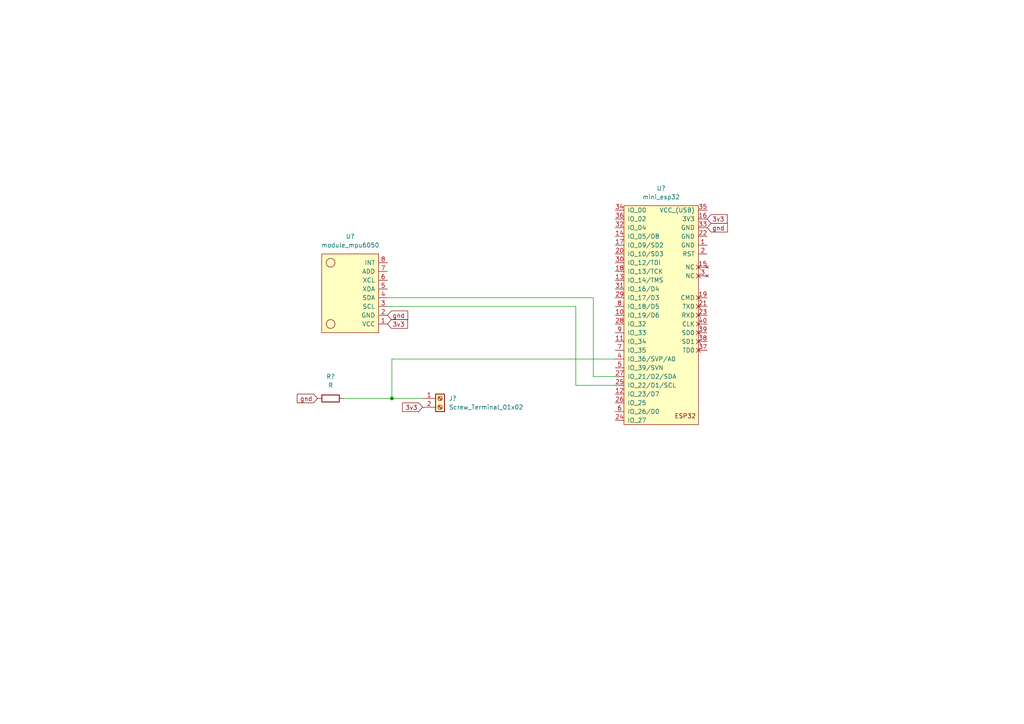
<source format=kicad_sch>
(kicad_sch (version 20211123) (generator eeschema)
  (paper "A4")
  (lib_symbols
    (symbol "Connector:Screw_Terminal_01x02" (pin_names (offset 1.016) hide)
      (property "Reference" "J" (at 0 2.54 0))
      (property "Value" "Screw_Terminal_01x02" (at 0 -5.08 0))
      (symbol "Screw_Terminal_01x02_1_1"
        (rectangle (start -1.27 1.27) (end 1.27 -3.81) (stroke (width 0.254)) (fill (type background)))
        (circle (center 0 -2.54) (radius 0.635) (stroke (width 0.1524)))
        (polyline (pts (xy -0.5334 -2.2098) (xy 0.3302 -3.048)) (stroke (width 0.1524)))
        (polyline (pts (xy -0.5334 0.3302) (xy 0.3302 -0.508)) (stroke (width 0.1524)))
        (polyline (pts (xy -0.3556 -2.032) (xy 0.508 -2.8702)) (stroke (width 0.1524)))
        (polyline (pts (xy -0.3556 0.508) (xy 0.508 -0.3302)) (stroke (width 0.1524)))
        (circle (center 0 0) (radius 0.635) (stroke (width 0.1524)))
        (pin passive line (at -5.08 0 0) (length 3.81) (name "Pin_1") (number "1"))
        (pin passive line (at -5.08 -2.54 0) (length 3.81) (name "Pin_2") (number "2"))
      )
    )
    (symbol "Device:R" (pin_numbers hide) (pin_names (offset 0))
      (property "Reference" "R" (at 2.032 0 90))
      (property "Value" "R" (at 0 0 90))
      (symbol "R_0_1"
        (rectangle (start -1.016 -2.54) (end 1.016 2.54) (stroke (width 0.254)))
      )
      (symbol "R_1_1"
        (pin passive line (at 0 3.81 270) (length 1.27) (name "~") (number "1"))
        (pin passive line (at 0 -3.81 90) (length 1.27) (name "~") (number "2"))
      )
    )
    (symbol "ESP32_mini:mini_esp32" (pin_names (offset 1.016))
      (property "Reference" "U" (at -7.62 -50.8 0))
      (property "Value" "mini_esp32" (at 5.08 -59.69 0))
      (symbol "mini_esp32_0_0"
        (text "ESP32" (at 7.62 -62.23 0) (effects (font (size 1.27 1.27))))
        (pin power_in line (at 13.97 -12.7 180) (length 2.54) (name "GND") (number "1"))
        (pin input line (at 13.97 -15.24 180) (length 2.54) (name "RST") (number "2"))
        (pin no_connect non_logic (at 13.97 -21.59 180) (length 2.54) (name "NC") (number "3"))
        (pin bidirectional line (at -12.7 -45.72 0) (length 2.54) (name "IO_36/SVP/A0") (number "4"))
        (pin bidirectional line (at -12.7 -48.26 0) (length 2.54) (name "IO_39/SVN") (number "5"))
      )
      (symbol "mini_esp32_0_1"
        (rectangle (start -10.16 -1.27) (end 11.43 -64.77) (fill (type background)))
      )
      (symbol "mini_esp32_1_1"
        (pin bidirectional line (at -12.7 -33.02 0) (length 2.54) (name "IO_19/D6") (number "10"))
        (pin bidirectional line (at -12.7 -40.64 0) (length 2.54) (name "IO_34") (number "11"))
        (pin bidirectional line (at -12.7 -55.88 0) (length 2.54) (name "IO_23/D7") (number "12"))
        (pin bidirectional line (at -12.7 -22.86 0) (length 2.54) (name "IO_14/TMS") (number "13"))
        (pin bidirectional line (at -12.7 -10.16 0) (length 2.54) (name "IO_05/D8") (number "14"))
        (pin no_connect non_logic (at 13.97 -19.05 180) (length 2.54) (name "NC") (number "15"))
        (pin power_in line (at 13.97 -5.08 180) (length 2.54) (name "3V3") (number "16"))
        (pin bidirectional line (at -12.7 -12.7 0) (length 2.54) (name "IO_09/SD2") (number "17"))
        (pin bidirectional line (at -12.7 -20.32 0) (length 2.54) (name "IO_13/TCK") (number "18"))
        (pin passive non_logic (at 13.97 -27.94 180) (length 2.54) (name "CMD") (number "19"))
        (pin bidirectional line (at -12.7 -15.24 0) (length 2.54) (name "IO_10/SD3") (number "20"))
        (pin passive non_logic (at 13.97 -30.48 180) (length 2.54) (name "TXD") (number "21"))
        (pin power_in line (at 13.97 -10.16 180) (length 2.54) (name "GND") (number "22"))
        (pin passive non_logic (at 13.97 -33.02 180) (length 2.54) (name "RXD") (number "23"))
        (pin bidirectional line (at -12.7 -63.5 0) (length 2.54) (name "IO_27") (number "24"))
        (pin bidirectional line (at -12.7 -53.34 0) (length 2.54) (name "IO_22/D1/SCL") (number "25"))
        (pin bidirectional line (at -12.7 -58.42 0) (length 2.54) (name "IO_25") (number "26"))
        (pin bidirectional line (at -12.7 -50.8 0) (length 2.54) (name "IO_21/D2/SDA") (number "27"))
        (pin bidirectional line (at -12.7 -35.56 0) (length 2.54) (name "IO_32") (number "28"))
        (pin bidirectional line (at -12.7 -27.94 0) (length 2.54) (name "IO_17/D3") (number "29"))
        (pin bidirectional line (at -12.7 -17.78 0) (length 2.54) (name "IO_12/TDI") (number "30"))
        (pin bidirectional line (at -12.7 -25.4 0) (length 2.54) (name "IO_16/D4") (number "31"))
        (pin bidirectional line (at -12.7 -7.62 0) (length 2.54) (name "IO_04") (number "32"))
        (pin power_in line (at 13.97 -7.62 180) (length 2.54) (name "GND") (number "33"))
        (pin bidirectional line (at -12.7 -2.54 0) (length 2.54) (name "IO_00") (number "34"))
        (pin power_in line (at 13.97 -2.54 180) (length 2.54) (name "VCC_(USB)") (number "35"))
        (pin bidirectional line (at -12.7 -5.08 0) (length 2.54) (name "IO_02") (number "36"))
        (pin passive non_logic (at 13.97 -43.18 180) (length 2.54) (name "TD0") (number "37"))
        (pin passive non_logic (at 13.97 -40.64 180) (length 2.54) (name "SD1") (number "38"))
        (pin passive non_logic (at 13.97 -38.1 180) (length 2.54) (name "SD0") (number "39"))
        (pin passive non_logic (at 13.97 -35.56 180) (length 2.54) (name "CLK") (number "40"))
        (pin bidirectional line (at -12.7 -60.96 0) (length 2.54) (name "IO_26/D0") (number "6"))
        (pin bidirectional line (at -12.7 -43.18 0) (length 2.54) (name "IO_35") (number "7"))
        (pin bidirectional line (at -12.7 -30.48 0) (length 2.54) (name "IO_18/D5") (number "8"))
        (pin bidirectional line (at -12.7 -38.1 0) (length 2.54) (name "IO_33") (number "9"))
      )
    )
    (symbol "usini_sensors:module_mpu6050" (pin_names (offset 1.016))
      (property "Reference" "U" (at 2.54 21.59 0))
      (property "Value" "module_mpu6050" (at 11.43 -3.81 0))
      (symbol "module_mpu6050_0_1"
        (rectangle (start 2.54 20.32) (end 19.05 -2.54) (fill (type background)))
        (circle (center 16.51 0) (radius 1.27))
        (circle (center 16.51 17.78) (radius 1.27))
      )
      (symbol "module_mpu6050_1_1"
        (pin input line (at 0 17.78 0) (length 2.54) (name "VCC") (number "1"))
        (pin input line (at 0 15.24 0) (length 2.54) (name "GND") (number "2"))
        (pin input line (at 0 12.7 0) (length 2.54) (name "SCL") (number "3"))
        (pin input line (at 0 10.16 0) (length 2.54) (name "SDA") (number "4"))
        (pin input line (at 0 7.62 0) (length 2.54) (name "XDA") (number "5"))
        (pin input line (at 0 5.08 0) (length 2.54) (name "XCL") (number "6"))
        (pin input line (at 0 2.54 0) (length 2.54) (name "ADD") (number "7"))
        (pin input line (at 0 0 0) (length 2.54) (name "INT") (number "8"))
      )
    )
  )
  (junction (at 113.665 115.57))
  (wire (pts (xy 167.005 111.76) (xy 178.435 111.76)))
  (wire (pts (xy 99.695 115.57) (xy 113.665 115.57)))
  (wire (pts (xy 172.085 86.36) (xy 172.085 109.22)))
  (wire (pts (xy 167.005 88.9) (xy 167.005 111.76)))
  (wire (pts (xy 172.085 109.22) (xy 178.435 109.22)))
  (wire (pts (xy 112.395 88.9) (xy 167.005 88.9)))
  (wire (pts (xy 113.665 104.14) (xy 113.665 115.57)))
  (wire (pts (xy 112.395 86.36) (xy 172.085 86.36)))
  (wire (pts (xy 113.665 115.57) (xy 122.555 115.57)))
  (wire (pts (xy 178.435 104.14) (xy 113.665 104.14)))
  (global_label "gnd" (shape input) (at 205.105 66.04 0) (property "Intersheet References" "${INTERSHEET_REFS}" (effects hide)))
  (global_label "3v3" (shape input) (at 205.105 63.5 0) (property "Intersheet References" "${INTERSHEET_REFS}" (effects hide)))
  (global_label "3v3" (shape input) (at 112.395 93.98 0) (property "Intersheet References" "${INTERSHEET_REFS}" (effects hide)))
  (global_label "gnd" (shape input) (at 112.395 91.44 0) (property "Intersheet References" "${INTERSHEET_REFS}" (effects hide)))
  (global_label "3v3" (shape input) (at 122.555 118.11 180) (property "Intersheet References" "${INTERSHEET_REFS}" (effects hide)))
  (global_label "gnd" (shape input) (at 92.075 115.57 180) (property "Intersheet References" "${INTERSHEET_REFS}" (effects hide)))
  (symbol (lib_id "usini_sensors:module_mpu6050") (at 112.395 76.2 180) (unit 1)
    (property "Reference" "U?" (at 101.6 68.58 0))
    (property "Value" "module_mpu6050" (at 101.6 71.12 0))
    (property "Footprint" "usini_sensors:module_mpu6050" (effects hide))
  )
  (symbol (lib_id "ESP32_mini:mini_esp32") (at 191.135 58.42 0) (unit 1)
    (property "Reference" "U?" (at 191.77 54.61 0))
    (property "Value" "mini_esp32" (at 191.77 57.15 0))
    (property "Footprint" "ESP32_mini:ESP32_mini" (effects hide))
  )
  (symbol (lib_id "Device:R") (at 95.885 115.57 90) (unit 1)
    (property "Reference" "R?" (at 95.885 109.22 90))
    (property "Value" "R" (at 95.885 111.76 90))
    (property "Footprint" "Resistor_THT:R_Axial_DIN0207_L6.3mm_D2.5mm_P10.16mm_Horizontal" (effects hide))
  )
  (symbol (lib_id "Connector:Screw_Terminal_01x02") (at 127.635 115.57 0) (unit 1)
    (property "Reference" "J?" (at 130.175 115.5699 0) (effects (justify left)))
    (property "Value" "Screw_Terminal_01x02" (at 130.175 118.1099 0) (effects (justify left)))
    (property "Footprint" "Connector_Phoenix_MSTB:PhoenixContact_MSTBA_2,5_2-G-5,08_1x02_P5.08mm_Horizontal" (effects hide))
  )
)
</source>
